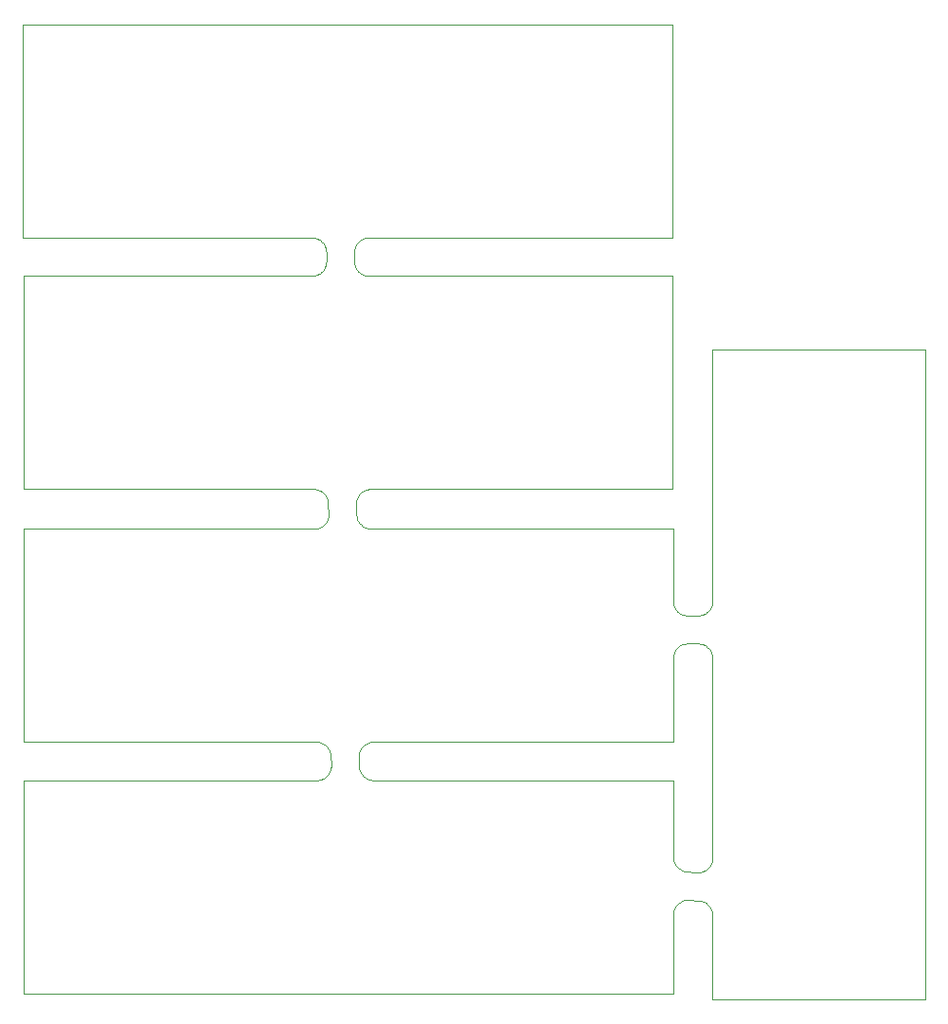
<source format=gbr>
G04 #@! TF.GenerationSoftware,KiCad,Pcbnew,(5.1.4)-1*
G04 #@! TF.CreationDate,2020-04-09T11:04:36+02:00*
G04 #@! TF.ProjectId,output.test_prod_sky,6f757470-7574-42e7-9465-73745f70726f,rev?*
G04 #@! TF.SameCoordinates,Original*
G04 #@! TF.FileFunction,Profile,NP*
%FSLAX46Y46*%
G04 Gerber Fmt 4.6, Leading zero omitted, Abs format (unit mm)*
G04 Created by KiCad (PCBNEW (5.1.4)-1) date 2020-04-09 11:04:36*
%MOMM*%
%LPD*%
G04 APERTURE LIST*
%ADD10C,0.050000*%
%ADD11C,0.100000*%
G04 APERTURE END LIST*
D10*
X181234000Y-132900000D02*
X200284000Y-132900000D01*
X200284000Y-74850000D02*
X181234000Y-74850000D01*
X200284000Y-132900000D02*
X200284000Y-74850000D01*
X177675000Y-64841000D02*
X177675000Y-45791000D01*
X119625000Y-45791000D02*
X119625000Y-64841000D01*
X177675000Y-45791000D02*
X119625000Y-45791000D01*
X177700000Y-87316000D02*
X177700000Y-68266000D01*
X119650000Y-68266000D02*
X119650000Y-87316000D01*
X119675000Y-90866000D02*
X119675000Y-109916000D01*
X119700000Y-132391000D02*
X177750000Y-132391000D01*
X119700000Y-113341000D02*
X119700000Y-132391000D01*
D11*
X177750000Y-125268974D02*
X177750000Y-132391000D01*
X177750000Y-120268986D02*
X177750000Y-113341000D01*
X181234000Y-125333490D02*
X181234000Y-132900000D01*
X177750000Y-125268974D02*
X177757687Y-125169270D01*
X177757687Y-125169270D02*
X177773015Y-125070452D01*
X181234000Y-125333490D02*
X181226313Y-125233786D01*
X177773015Y-125070452D02*
X177795893Y-124973105D01*
X181226313Y-125233786D02*
X181210985Y-125134968D01*
X177795893Y-124973105D02*
X177826186Y-124877805D01*
X181210985Y-125134968D02*
X181188107Y-125037621D01*
X177826186Y-124877805D02*
X177863715Y-124785115D01*
X181188107Y-125037621D02*
X181157814Y-124942321D01*
X177863715Y-124785115D02*
X177908258Y-124695584D01*
X181157814Y-124942321D02*
X181120285Y-124849631D01*
X177908258Y-124695584D02*
X177959551Y-124609742D01*
X181120285Y-124849631D02*
X181075742Y-124760100D01*
X177959551Y-124609742D02*
X178017291Y-124528097D01*
X181075742Y-124760100D02*
X181024449Y-124674258D01*
X178017291Y-124528097D02*
X178081136Y-124451132D01*
X181024449Y-124674258D02*
X180966709Y-124592613D01*
X178081136Y-124451132D02*
X178150708Y-124379302D01*
X180966709Y-124592613D02*
X180902864Y-124515648D01*
X178150708Y-124379302D02*
X178225595Y-124313032D01*
X180902864Y-124515648D02*
X180833292Y-124443818D01*
X178225595Y-124313032D02*
X178305354Y-124252714D01*
X180833292Y-124443818D02*
X180758405Y-124377548D01*
X178305354Y-124252714D02*
X178389513Y-124198705D01*
X180758405Y-124377548D02*
X180678646Y-124317230D01*
X178389513Y-124198705D02*
X178477574Y-124151325D01*
X180678646Y-124317230D02*
X180594487Y-124263221D01*
X178477574Y-124151325D02*
X178569016Y-124110854D01*
X180594487Y-124263221D02*
X180506426Y-124215841D01*
X178569016Y-124110854D02*
X178663298Y-124077532D01*
X180506426Y-124215841D02*
X180414984Y-124175370D01*
X178663298Y-124077532D02*
X178759862Y-124051556D01*
X180414984Y-124175370D02*
X180320702Y-124142048D01*
X178759862Y-124051556D02*
X178858137Y-124033079D01*
X180320702Y-124142048D02*
X180224138Y-124116072D01*
X178858137Y-124033079D02*
X178957542Y-124022211D01*
X180224138Y-124116072D02*
X180125863Y-124097595D01*
X178957542Y-124022211D02*
X179057488Y-124019016D01*
X180125863Y-124097595D02*
X180026458Y-124086727D01*
X179057488Y-124019016D02*
X179157384Y-124023513D01*
X179157384Y-124023513D02*
X180026458Y-124086727D01*
X181234000Y-120333560D02*
X181226313Y-120433264D01*
X181226313Y-120433264D02*
X181210985Y-120532082D01*
X177750000Y-120268986D02*
X177757687Y-120368690D01*
X181210985Y-120532082D02*
X181188107Y-120629429D01*
X177757687Y-120368690D02*
X177773015Y-120467508D01*
X181188107Y-120629429D02*
X181157814Y-120724729D01*
X177773015Y-120467508D02*
X177795893Y-120564855D01*
X181157814Y-120724729D02*
X181120285Y-120817419D01*
X177795893Y-120564855D02*
X177826186Y-120660155D01*
X181120285Y-120817419D02*
X181075742Y-120906950D01*
X177826186Y-120660155D02*
X177863715Y-120752845D01*
X181075742Y-120906950D02*
X181024449Y-120992792D01*
X177863715Y-120752845D02*
X177908258Y-120842376D01*
X181024449Y-120992792D02*
X180966709Y-121074437D01*
X177908258Y-120842376D02*
X177959551Y-120928218D01*
X180966709Y-121074437D02*
X180902864Y-121151402D01*
X177959551Y-120928218D02*
X178017291Y-121009863D01*
X180902864Y-121151402D02*
X180833292Y-121223232D01*
X178017291Y-121009863D02*
X178081136Y-121086828D01*
X180833292Y-121223232D02*
X180758405Y-121289502D01*
X178081136Y-121086828D02*
X178150708Y-121158658D01*
X180758405Y-121289502D02*
X180678646Y-121349820D01*
X178150708Y-121158658D02*
X178225595Y-121224928D01*
X180678646Y-121349820D02*
X180594487Y-121403829D01*
X178225595Y-121224928D02*
X178305354Y-121285246D01*
X180594487Y-121403829D02*
X180506426Y-121451209D01*
X178305354Y-121285246D02*
X178389513Y-121339255D01*
X180506426Y-121451209D02*
X180414984Y-121491680D01*
X178389513Y-121339255D02*
X178477574Y-121386635D01*
X180414984Y-121491680D02*
X180320702Y-121525002D01*
X178477574Y-121386635D02*
X178569016Y-121427106D01*
X180320702Y-121525002D02*
X180224138Y-121550978D01*
X178569016Y-121427106D02*
X178663298Y-121460428D01*
X180224138Y-121550978D02*
X180125863Y-121569455D01*
X178663298Y-121460428D02*
X178759862Y-121486404D01*
X180125863Y-121569455D02*
X180026458Y-121580323D01*
X178759862Y-121486404D02*
X178858137Y-121504881D01*
X180026458Y-121580323D02*
X179926512Y-121583518D01*
X178858137Y-121504881D02*
X178957542Y-121515749D01*
X179926512Y-121583518D02*
X179826616Y-121579021D01*
X178957542Y-121515749D02*
X179826616Y-121579021D01*
X177725000Y-102375008D02*
X177725000Y-109916000D01*
X177725000Y-97375002D02*
X177725000Y-90866000D01*
X181234000Y-102374985D02*
X181234000Y-120333560D01*
X181234000Y-97375002D02*
X181234000Y-74850000D01*
X181234000Y-102374985D02*
X181226313Y-102275281D01*
X177725000Y-102375008D02*
X177732687Y-102275304D01*
X181226313Y-102275281D02*
X181210985Y-102176463D01*
X177732687Y-102275304D02*
X177748015Y-102176486D01*
X181210985Y-102176463D02*
X181188107Y-102079116D01*
X177748015Y-102176486D02*
X177770893Y-102079139D01*
X181188107Y-102079116D02*
X181157814Y-101983816D01*
X177770893Y-102079139D02*
X177801186Y-101983839D01*
X181157814Y-101983816D02*
X181120285Y-101891126D01*
X177801186Y-101983839D02*
X177838715Y-101891149D01*
X181120285Y-101891126D02*
X181075742Y-101801595D01*
X177838715Y-101891149D02*
X177883258Y-101801618D01*
X181075742Y-101801595D02*
X181024449Y-101715753D01*
X177883258Y-101801618D02*
X177934551Y-101715776D01*
X181024449Y-101715753D02*
X180966709Y-101634108D01*
X177934551Y-101715776D02*
X177992291Y-101634131D01*
X180966709Y-101634108D02*
X180902864Y-101557143D01*
X177992291Y-101634131D02*
X178056136Y-101557166D01*
X180902864Y-101557143D02*
X180833292Y-101485313D01*
X178056136Y-101557166D02*
X178125708Y-101485336D01*
X180833292Y-101485313D02*
X180758405Y-101419043D01*
X178125708Y-101485336D02*
X178200595Y-101419066D01*
X180758405Y-101419043D02*
X180678646Y-101358725D01*
X178200595Y-101419066D02*
X178280354Y-101358748D01*
X180678646Y-101358725D02*
X180594487Y-101304716D01*
X178280354Y-101358748D02*
X178364513Y-101304739D01*
X180594487Y-101304716D02*
X180506426Y-101257336D01*
X178364513Y-101304739D02*
X178452574Y-101257359D01*
X180506426Y-101257336D02*
X180414984Y-101216865D01*
X178452574Y-101257359D02*
X178544016Y-101216888D01*
X180414984Y-101216865D02*
X180320702Y-101183543D01*
X178544016Y-101216888D02*
X178638298Y-101183566D01*
X180320702Y-101183543D02*
X180224138Y-101157567D01*
X178638298Y-101183566D02*
X178734862Y-101157590D01*
X180224138Y-101157567D02*
X180125863Y-101139090D01*
X178734862Y-101157590D02*
X178833137Y-101139113D01*
X180125863Y-101139090D02*
X180026458Y-101128222D01*
X178833137Y-101139113D02*
X178932542Y-101128245D01*
X180026458Y-101128222D02*
X179926512Y-101125027D01*
X178932542Y-101128245D02*
X179032488Y-101125050D01*
X179032488Y-101125050D02*
X179926512Y-101125027D01*
X181234000Y-97375002D02*
X181226313Y-97474706D01*
X177725000Y-97375002D02*
X177732687Y-97474706D01*
X181226313Y-97474706D02*
X181210985Y-97573524D01*
X177732687Y-97474706D02*
X177748015Y-97573524D01*
X181210985Y-97573524D02*
X181188107Y-97670871D01*
X177748015Y-97573524D02*
X177770893Y-97670871D01*
X181188107Y-97670871D02*
X181157814Y-97766171D01*
X177770893Y-97670871D02*
X177801186Y-97766171D01*
X181157814Y-97766171D02*
X181120285Y-97858861D01*
X177801186Y-97766171D02*
X177838715Y-97858861D01*
X181120285Y-97858861D02*
X181075742Y-97948392D01*
X177838715Y-97858861D02*
X177883258Y-97948392D01*
X181075742Y-97948392D02*
X181024449Y-98034234D01*
X177883258Y-97948392D02*
X177934551Y-98034234D01*
X181024449Y-98034234D02*
X180966709Y-98115879D01*
X177934551Y-98034234D02*
X177992291Y-98115879D01*
X180966709Y-98115879D02*
X180902864Y-98192844D01*
X177992291Y-98115879D02*
X178056136Y-98192844D01*
X180902864Y-98192844D02*
X180833292Y-98264674D01*
X178056136Y-98192844D02*
X178125708Y-98264674D01*
X180833292Y-98264674D02*
X180758405Y-98330944D01*
X178125708Y-98264674D02*
X178200595Y-98330944D01*
X180758405Y-98330944D02*
X180678646Y-98391262D01*
X178200595Y-98330944D02*
X178280354Y-98391262D01*
X180678646Y-98391262D02*
X180594487Y-98445271D01*
X178280354Y-98391262D02*
X178364513Y-98445271D01*
X180594487Y-98445271D02*
X180506426Y-98492651D01*
X178364513Y-98445271D02*
X178452574Y-98492651D01*
X180506426Y-98492651D02*
X180414984Y-98533122D01*
X178452574Y-98492651D02*
X178544016Y-98533122D01*
X180414984Y-98533122D02*
X180320702Y-98566444D01*
X178544016Y-98533122D02*
X178638298Y-98566444D01*
X180320702Y-98566444D02*
X180224138Y-98592420D01*
X178638298Y-98566444D02*
X178734862Y-98592420D01*
X180224138Y-98592420D02*
X180125863Y-98610897D01*
X178734862Y-98592420D02*
X178833137Y-98610897D01*
X180125863Y-98610897D02*
X180026458Y-98621765D01*
X178833137Y-98610897D02*
X178932542Y-98621765D01*
X180026458Y-98621765D02*
X179926512Y-98624960D01*
X178932542Y-98621765D02*
X179032488Y-98624960D01*
X179032488Y-98624960D02*
X179926512Y-98624960D01*
X145868482Y-109916000D02*
X119675000Y-109916000D01*
X150868475Y-109916000D02*
X177725000Y-109916000D01*
X150902849Y-113341000D02*
X177750000Y-113341000D01*
X145902818Y-113341000D02*
X119700000Y-113341000D01*
X145902818Y-113341000D02*
X146002522Y-113333313D01*
X146002522Y-113333313D02*
X146101340Y-113317985D01*
X145868482Y-109916000D02*
X145968186Y-109923687D01*
X146101340Y-113317985D02*
X146198687Y-113295107D01*
X145968186Y-109923687D02*
X146067004Y-109939015D01*
X146198687Y-113295107D02*
X146293987Y-113264814D01*
X146067004Y-109939015D02*
X146164351Y-109961893D01*
X146293987Y-113264814D02*
X146386677Y-113227285D01*
X146164351Y-109961893D02*
X146259651Y-109992186D01*
X146386677Y-113227285D02*
X146476208Y-113182742D01*
X146259651Y-109992186D02*
X146352341Y-110029715D01*
X146476208Y-113182742D02*
X146562050Y-113131449D01*
X146352341Y-110029715D02*
X146441872Y-110074258D01*
X146562050Y-113131449D02*
X146643695Y-113073709D01*
X146441872Y-110074258D02*
X146527714Y-110125551D01*
X146643695Y-113073709D02*
X146720660Y-113009864D01*
X146527714Y-110125551D02*
X146609359Y-110183291D01*
X146720660Y-113009864D02*
X146792490Y-112940292D01*
X146609359Y-110183291D02*
X146686324Y-110247136D01*
X146792490Y-112940292D02*
X146858760Y-112865405D01*
X146686324Y-110247136D02*
X146758154Y-110316708D01*
X146858760Y-112865405D02*
X146919078Y-112785646D01*
X146758154Y-110316708D02*
X146824424Y-110391595D01*
X146919078Y-112785646D02*
X146973087Y-112701487D01*
X146824424Y-110391595D02*
X146884742Y-110471354D01*
X146973087Y-112701487D02*
X147020467Y-112613426D01*
X146884742Y-110471354D02*
X146938751Y-110555513D01*
X147020467Y-112613426D02*
X147060938Y-112521984D01*
X146938751Y-110555513D02*
X146986131Y-110643574D01*
X147060938Y-112521984D02*
X147094260Y-112427702D01*
X146986131Y-110643574D02*
X147026602Y-110735016D01*
X147094260Y-112427702D02*
X147120236Y-112331138D01*
X147026602Y-110735016D02*
X147059924Y-110829298D01*
X147120236Y-112331138D02*
X147138713Y-112232863D01*
X147059924Y-110829298D02*
X147085900Y-110925862D01*
X147138713Y-112232863D02*
X147149581Y-112133458D01*
X147085900Y-110925862D02*
X147104377Y-111024137D01*
X147149581Y-112133458D02*
X147152776Y-112033512D01*
X147104377Y-111024137D02*
X147115245Y-111123542D01*
X147115245Y-111123542D02*
X147152776Y-112033512D01*
X150868475Y-109916000D02*
X150768771Y-109923687D01*
X150768771Y-109923687D02*
X150669953Y-109939015D01*
X150902849Y-113341000D02*
X150803145Y-113333313D01*
X150669953Y-109939015D02*
X150572606Y-109961893D01*
X150803145Y-113333313D02*
X150704327Y-113317985D01*
X150572606Y-109961893D02*
X150477306Y-109992186D01*
X150704327Y-113317985D02*
X150606980Y-113295107D01*
X150477306Y-109992186D02*
X150384616Y-110029715D01*
X150606980Y-113295107D02*
X150511680Y-113264814D01*
X150384616Y-110029715D02*
X150295085Y-110074258D01*
X150511680Y-113264814D02*
X150418990Y-113227285D01*
X150295085Y-110074258D02*
X150209243Y-110125551D01*
X150418990Y-113227285D02*
X150329459Y-113182742D01*
X150209243Y-110125551D02*
X150127598Y-110183291D01*
X150329459Y-113182742D02*
X150243617Y-113131449D01*
X150127598Y-110183291D02*
X150050633Y-110247136D01*
X150243617Y-113131449D02*
X150161972Y-113073709D01*
X150050633Y-110247136D02*
X149978803Y-110316708D01*
X150161972Y-113073709D02*
X150085007Y-113009864D01*
X149978803Y-110316708D02*
X149912533Y-110391595D01*
X150085007Y-113009864D02*
X150013177Y-112940292D01*
X149912533Y-110391595D02*
X149852215Y-110471354D01*
X150013177Y-112940292D02*
X149946907Y-112865405D01*
X149852215Y-110471354D02*
X149798206Y-110555513D01*
X149946907Y-112865405D02*
X149886589Y-112785646D01*
X149798206Y-110555513D02*
X149750826Y-110643574D01*
X149886589Y-112785646D02*
X149832580Y-112701487D01*
X149750826Y-110643574D02*
X149710355Y-110735016D01*
X149832580Y-112701487D02*
X149785200Y-112613426D01*
X149710355Y-110735016D02*
X149677033Y-110829298D01*
X149785200Y-112613426D02*
X149744729Y-112521984D01*
X149677033Y-110829298D02*
X149651057Y-110925862D01*
X149744729Y-112521984D02*
X149711407Y-112427702D01*
X149651057Y-110925862D02*
X149632580Y-111024137D01*
X149711407Y-112427702D02*
X149685431Y-112331138D01*
X149632580Y-111024137D02*
X149621712Y-111123542D01*
X149685431Y-112331138D02*
X149666954Y-112232863D01*
X149621712Y-111123542D02*
X149618517Y-111223488D01*
X149666954Y-112232863D02*
X149656086Y-112133458D01*
X149618517Y-111223488D02*
X149656086Y-112133458D01*
X145641973Y-87316000D02*
X119650000Y-87316000D01*
X150642018Y-87316000D02*
X177700000Y-87316000D01*
X150675724Y-90866000D02*
X177725000Y-90866000D01*
X145675696Y-90866000D02*
X119675000Y-90866000D01*
X145675696Y-90866000D02*
X145775400Y-90858313D01*
X145641973Y-87316000D02*
X145741677Y-87323687D01*
X145775400Y-90858313D02*
X145874218Y-90842985D01*
X145741677Y-87323687D02*
X145840495Y-87339015D01*
X145874218Y-90842985D02*
X145971565Y-90820107D01*
X145840495Y-87339015D02*
X145937842Y-87361893D01*
X145971565Y-90820107D02*
X146066865Y-90789814D01*
X145937842Y-87361893D02*
X146033142Y-87392186D01*
X146066865Y-90789814D02*
X146159555Y-90752285D01*
X146033142Y-87392186D02*
X146125832Y-87429715D01*
X146159555Y-90752285D02*
X146249086Y-90707742D01*
X146125832Y-87429715D02*
X146215363Y-87474258D01*
X146249086Y-90707742D02*
X146334928Y-90656449D01*
X146215363Y-87474258D02*
X146301205Y-87525551D01*
X146334928Y-90656449D02*
X146416573Y-90598709D01*
X146301205Y-87525551D02*
X146382850Y-87583291D01*
X146416573Y-90598709D02*
X146493538Y-90534864D01*
X146382850Y-87583291D02*
X146459815Y-87647136D01*
X146493538Y-90534864D02*
X146565368Y-90465292D01*
X146459815Y-87647136D02*
X146531645Y-87716708D01*
X146565368Y-90465292D02*
X146631638Y-90390405D01*
X146531645Y-87716708D02*
X146597915Y-87791595D01*
X146631638Y-90390405D02*
X146691956Y-90310646D01*
X146597915Y-87791595D02*
X146658233Y-87871354D01*
X146691956Y-90310646D02*
X146745965Y-90226487D01*
X146658233Y-87871354D02*
X146712242Y-87955513D01*
X146745965Y-90226487D02*
X146793345Y-90138426D01*
X146712242Y-87955513D02*
X146759622Y-88043574D01*
X146793345Y-90138426D02*
X146833816Y-90046984D01*
X146759622Y-88043574D02*
X146800093Y-88135016D01*
X146833816Y-90046984D02*
X146867138Y-89952702D01*
X146800093Y-88135016D02*
X146833415Y-88229298D01*
X146867138Y-89952702D02*
X146893114Y-89856138D01*
X146833415Y-88229298D02*
X146859391Y-88325862D01*
X146893114Y-89856138D02*
X146911591Y-89757863D01*
X146859391Y-88325862D02*
X146877868Y-88424137D01*
X146911591Y-89757863D02*
X146922459Y-89658458D01*
X146877868Y-88424137D02*
X146888736Y-88523542D01*
X146922459Y-89658458D02*
X146925654Y-89558512D01*
X146888736Y-88523542D02*
X146925654Y-89558512D01*
X150642018Y-87316000D02*
X150542314Y-87323687D01*
X150675724Y-90866000D02*
X150576020Y-90858313D01*
X150542314Y-87323687D02*
X150443496Y-87339015D01*
X150576020Y-90858313D02*
X150477202Y-90842985D01*
X150443496Y-87339015D02*
X150346149Y-87361893D01*
X150477202Y-90842985D02*
X150379855Y-90820107D01*
X150346149Y-87361893D02*
X150250849Y-87392186D01*
X150379855Y-90820107D02*
X150284555Y-90789814D01*
X150250849Y-87392186D02*
X150158159Y-87429715D01*
X150284555Y-90789814D02*
X150191865Y-90752285D01*
X150158159Y-87429715D02*
X150068628Y-87474258D01*
X150191865Y-90752285D02*
X150102334Y-90707742D01*
X150068628Y-87474258D02*
X149982786Y-87525551D01*
X150102334Y-90707742D02*
X150016492Y-90656449D01*
X149982786Y-87525551D02*
X149901141Y-87583291D01*
X150016492Y-90656449D02*
X149934847Y-90598709D01*
X149901141Y-87583291D02*
X149824176Y-87647136D01*
X149934847Y-90598709D02*
X149857882Y-90534864D01*
X149824176Y-87647136D02*
X149752346Y-87716708D01*
X149857882Y-90534864D02*
X149786052Y-90465292D01*
X149752346Y-87716708D02*
X149686076Y-87791595D01*
X149786052Y-90465292D02*
X149719782Y-90390405D01*
X149686076Y-87791595D02*
X149625758Y-87871354D01*
X149719782Y-90390405D02*
X149659464Y-90310646D01*
X149625758Y-87871354D02*
X149571749Y-87955513D01*
X149659464Y-90310646D02*
X149605455Y-90226487D01*
X149571749Y-87955513D02*
X149524369Y-88043574D01*
X149605455Y-90226487D02*
X149558075Y-90138426D01*
X149524369Y-88043574D02*
X149483898Y-88135016D01*
X149558075Y-90138426D02*
X149517604Y-90046984D01*
X149483898Y-88135016D02*
X149450576Y-88229298D01*
X149517604Y-90046984D02*
X149484282Y-89952702D01*
X149450576Y-88229298D02*
X149424600Y-88325862D01*
X149484282Y-89952702D02*
X149458306Y-89856138D01*
X149424600Y-88325862D02*
X149406123Y-88424137D01*
X149458306Y-89856138D02*
X149439829Y-89757863D01*
X149406123Y-88424137D02*
X149395255Y-88523542D01*
X149439829Y-89757863D02*
X149428961Y-89658458D01*
X149395255Y-88523542D02*
X149392060Y-88623488D01*
X149392060Y-88623488D02*
X149428961Y-89658458D01*
X145475025Y-64841000D02*
X119625000Y-64841000D01*
X150474998Y-64841000D02*
X177675000Y-64841000D01*
X150475020Y-68266000D02*
X177700000Y-68266000D01*
X145474965Y-68266000D02*
X119650000Y-68266000D01*
X145475025Y-64841000D02*
X145574729Y-64848687D01*
X145474965Y-68266000D02*
X145574669Y-68258313D01*
X145574729Y-64848687D02*
X145673547Y-64864015D01*
X145574669Y-68258313D02*
X145673487Y-68242985D01*
X145673547Y-64864015D02*
X145770894Y-64886893D01*
X145673487Y-68242985D02*
X145770834Y-68220107D01*
X145770894Y-64886893D02*
X145866194Y-64917186D01*
X145770834Y-68220107D02*
X145866134Y-68189814D01*
X145866194Y-64917186D02*
X145958884Y-64954715D01*
X145866134Y-68189814D02*
X145958824Y-68152285D01*
X145958884Y-64954715D02*
X146048415Y-64999258D01*
X145958824Y-68152285D02*
X146048355Y-68107742D01*
X146048415Y-64999258D02*
X146134257Y-65050551D01*
X146048355Y-68107742D02*
X146134197Y-68056449D01*
X146134257Y-65050551D02*
X146215902Y-65108291D01*
X146134197Y-68056449D02*
X146215842Y-67998709D01*
X146215902Y-65108291D02*
X146292867Y-65172136D01*
X146215842Y-67998709D02*
X146292807Y-67934864D01*
X146292867Y-65172136D02*
X146364697Y-65241708D01*
X146292807Y-67934864D02*
X146364637Y-67865292D01*
X146364697Y-65241708D02*
X146430967Y-65316595D01*
X146364637Y-67865292D02*
X146430907Y-67790405D01*
X146430967Y-65316595D02*
X146491285Y-65396354D01*
X146430907Y-67790405D02*
X146491225Y-67710646D01*
X146491285Y-65396354D02*
X146545294Y-65480513D01*
X146491225Y-67710646D02*
X146545234Y-67626487D01*
X146545294Y-65480513D02*
X146592674Y-65568574D01*
X146545234Y-67626487D02*
X146592614Y-67538426D01*
X146592674Y-65568574D02*
X146633145Y-65660016D01*
X146592614Y-67538426D02*
X146633085Y-67446984D01*
X146633145Y-65660016D02*
X146666467Y-65754298D01*
X146633085Y-67446984D02*
X146666407Y-67352702D01*
X146666467Y-65754298D02*
X146692443Y-65850862D01*
X146666407Y-67352702D02*
X146692383Y-67256138D01*
X146692443Y-65850862D02*
X146710920Y-65949137D01*
X146692383Y-67256138D02*
X146710860Y-67157863D01*
X146710920Y-65949137D02*
X146721788Y-66048542D01*
X146710860Y-67157863D02*
X146721728Y-67058458D01*
X146721788Y-66048542D02*
X146724983Y-66148488D01*
X146721728Y-67058458D02*
X146724923Y-66958512D01*
X146724983Y-66148488D02*
X146724923Y-66958512D01*
X150474998Y-64841000D02*
X150375294Y-64848687D01*
X150475020Y-68266000D02*
X150375316Y-68258313D01*
X150375294Y-64848687D02*
X150276476Y-64864015D01*
X150375316Y-68258313D02*
X150276498Y-68242985D01*
X150276476Y-64864015D02*
X150179129Y-64886893D01*
X150276498Y-68242985D02*
X150179151Y-68220107D01*
X150179129Y-64886893D02*
X150083829Y-64917186D01*
X150179151Y-68220107D02*
X150083851Y-68189814D01*
X150083829Y-64917186D02*
X149991139Y-64954715D01*
X150083851Y-68189814D02*
X149991161Y-68152285D01*
X149991139Y-64954715D02*
X149901608Y-64999258D01*
X149991161Y-68152285D02*
X149901630Y-68107742D01*
X149901608Y-64999258D02*
X149815766Y-65050551D01*
X149901630Y-68107742D02*
X149815788Y-68056449D01*
X149815766Y-65050551D02*
X149734121Y-65108291D01*
X149815788Y-68056449D02*
X149734143Y-67998709D01*
X149734121Y-65108291D02*
X149657156Y-65172136D01*
X149734143Y-67998709D02*
X149657178Y-67934864D01*
X149657156Y-65172136D02*
X149585326Y-65241708D01*
X149657178Y-67934864D02*
X149585348Y-67865292D01*
X149585326Y-65241708D02*
X149519056Y-65316595D01*
X149585348Y-67865292D02*
X149519078Y-67790405D01*
X149519056Y-65316595D02*
X149458738Y-65396354D01*
X149519078Y-67790405D02*
X149458760Y-67710646D01*
X149458738Y-65396354D02*
X149404729Y-65480513D01*
X149458760Y-67710646D02*
X149404751Y-67626487D01*
X149404729Y-65480513D02*
X149357349Y-65568574D01*
X149404751Y-67626487D02*
X149357371Y-67538426D01*
X149357349Y-65568574D02*
X149316878Y-65660016D01*
X149357371Y-67538426D02*
X149316900Y-67446984D01*
X149316878Y-65660016D02*
X149283556Y-65754298D01*
X149316900Y-67446984D02*
X149283578Y-67352702D01*
X149283556Y-65754298D02*
X149257580Y-65850862D01*
X149283578Y-67352702D02*
X149257602Y-67256138D01*
X149257580Y-65850862D02*
X149239103Y-65949137D01*
X149257602Y-67256138D02*
X149239125Y-67157863D01*
X149239103Y-65949137D02*
X149228235Y-66048542D01*
X149239125Y-67157863D02*
X149228257Y-67058458D01*
X149228235Y-66048542D02*
X149225040Y-66148488D01*
X149228257Y-67058458D02*
X149225062Y-66958512D01*
X149225040Y-66148488D02*
X149225062Y-66958512D01*
M02*

</source>
